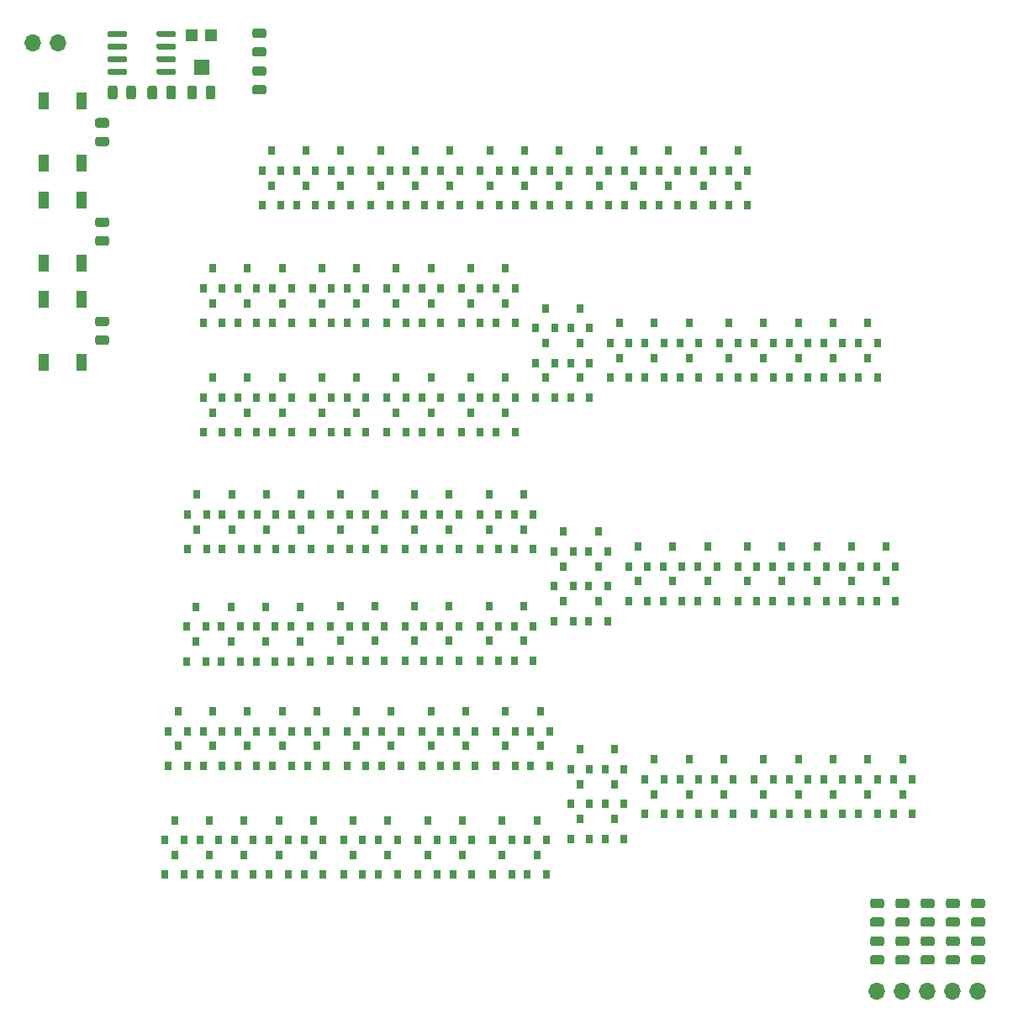
<source format=gbr>
%TF.GenerationSoftware,KiCad,Pcbnew,(5.99.0-3349-gc9824bbd9)*%
%TF.CreationDate,2020-09-24T16:48:39-07:00*%
%TF.ProjectId,Counter,436f756e-7465-4722-9e6b-696361645f70,rev?*%
%TF.SameCoordinates,Original*%
%TF.FileFunction,Soldermask,Top*%
%TF.FilePolarity,Negative*%
%FSLAX46Y46*%
G04 Gerber Fmt 4.6, Leading zero omitted, Abs format (unit mm)*
G04 Created by KiCad (PCBNEW (5.99.0-3349-gc9824bbd9)) date 2020-09-24 16:48:39*
%MOMM*%
%LPD*%
G01*
G04 APERTURE LIST*
%ADD10R,0.800000X0.900000*%
%ADD11O,1.700000X1.700000*%
%ADD12R,1.200000X1.200000*%
%ADD13R,1.600000X1.500000*%
%ADD14R,1.000000X1.700000*%
G04 APERTURE END LIST*
D10*
%TO.C,Q52*%
X56681002Y-86816702D03*
X58581002Y-86816702D03*
X57631002Y-84816702D03*
%TD*%
%TO.C,U21*%
X53181002Y-83316702D03*
X55081002Y-83316702D03*
X54131002Y-81316702D03*
%TD*%
%TO.C,Q128*%
X68181002Y-49725000D03*
X70081002Y-49725000D03*
X69131002Y-47725000D03*
%TD*%
%TO.C,Q1*%
X29608403Y-61500000D03*
X31508403Y-61500000D03*
X30558403Y-59500000D03*
%TD*%
%TO.C,U74*%
X79181002Y-47725000D03*
X81081002Y-47725000D03*
X80131002Y-45725000D03*
%TD*%
%TO.C,Q80*%
X77523904Y-70225000D03*
X79423904Y-70225000D03*
X78473904Y-68225000D03*
%TD*%
%TO.C,Q111*%
X49681002Y-42225000D03*
X51581002Y-42225000D03*
X50631002Y-40225000D03*
%TD*%
%TO.C,Q25*%
X30841753Y-97777453D03*
X32741753Y-97777453D03*
X31791753Y-95777453D03*
%TD*%
%TO.C,U57*%
X97181002Y-88159604D03*
X99081002Y-88159604D03*
X98131002Y-86159604D03*
%TD*%
%TO.C,U56*%
X100681002Y-88159604D03*
X102581002Y-88159604D03*
X101631002Y-86159604D03*
%TD*%
D11*
%TO.C,J1*%
X14000000Y-14000000D03*
X16540000Y-14000000D03*
%TD*%
D10*
%TO.C,Q57*%
X45341753Y-94277453D03*
X47241753Y-94277453D03*
X46291753Y-92277453D03*
%TD*%
%TO.C,Q35*%
X51523904Y-65000000D03*
X53423904Y-65000000D03*
X52473904Y-63000000D03*
%TD*%
%TO.C,U6*%
X38181002Y-83316702D03*
X40081002Y-83316702D03*
X39131002Y-81316702D03*
%TD*%
%TO.C,Q118*%
X53181002Y-49725000D03*
X55081002Y-49725000D03*
X54131002Y-47725000D03*
%TD*%
%TO.C,U33*%
X66523904Y-65225000D03*
X68423904Y-65225000D03*
X67473904Y-63225000D03*
%TD*%
%TO.C,U8*%
X37841753Y-94277453D03*
X39741753Y-94277453D03*
X38791753Y-92277453D03*
%TD*%
%TO.C,Q47*%
X62523904Y-76225000D03*
X64423904Y-76225000D03*
X63473904Y-74225000D03*
%TD*%
D11*
%TO.C,J2*%
X109220000Y-109500000D03*
X106680000Y-109500000D03*
X104140000Y-109500000D03*
X101600000Y-109500000D03*
X99060000Y-109500000D03*
%TD*%
D10*
%TO.C,U3*%
X40108403Y-61500000D03*
X42008403Y-61500000D03*
X41058403Y-59500000D03*
%TD*%
%TO.C,U27*%
X48841753Y-97777453D03*
X50741753Y-97777453D03*
X49791753Y-95777453D03*
%TD*%
%TO.C,Q78*%
X71681002Y-90659604D03*
X73581002Y-90659604D03*
X72631002Y-88659604D03*
%TD*%
%TO.C,Q67*%
X51600000Y-30365501D03*
X53500000Y-30365501D03*
X52550000Y-28365501D03*
%TD*%
D12*
%TO.C,RV1*%
X32000000Y-13200000D03*
D13*
X31000000Y-16450000D03*
D12*
X30000000Y-13200000D03*
%TD*%
D10*
%TO.C,Q89*%
X84100000Y-30365501D03*
X86000000Y-30365501D03*
X85050000Y-28365501D03*
%TD*%
%TO.C,Q26*%
X34341753Y-97777453D03*
X36241753Y-97777453D03*
X35291753Y-95777453D03*
%TD*%
%TO.C,Q12*%
X40023904Y-76300000D03*
X41923904Y-76300000D03*
X40973904Y-74300000D03*
%TD*%
%TO.C,Q41*%
X44023904Y-72725000D03*
X45923904Y-72725000D03*
X44973904Y-70725000D03*
%TD*%
D14*
%TO.C,SW2*%
X15100000Y-29850000D03*
X15100000Y-36150000D03*
X18900000Y-29850000D03*
X18900000Y-36150000D03*
%TD*%
D10*
%TO.C,Q109*%
X42181002Y-42225000D03*
X44081002Y-42225000D03*
X43131002Y-40225000D03*
%TD*%
%TO.C,R9*%
G36*
G01*
X36373750Y-16355000D02*
X37286250Y-16355000D01*
G75*
G02*
X37530000Y-16598750I0J-243750D01*
G01*
X37530000Y-17086250D01*
G75*
G02*
X37286250Y-17330000I-243750J0D01*
G01*
X36373750Y-17330000D01*
G75*
G02*
X36130000Y-17086250I0J243750D01*
G01*
X36130000Y-16598750D01*
G75*
G02*
X36373750Y-16355000I243750J0D01*
G01*
G37*
G36*
G01*
X36373750Y-18230000D02*
X37286250Y-18230000D01*
G75*
G02*
X37530000Y-18473750I0J-243750D01*
G01*
X37530000Y-18961250D01*
G75*
G02*
X37286250Y-19205000I-243750J0D01*
G01*
X36373750Y-19205000D01*
G75*
G02*
X36130000Y-18961250I0J243750D01*
G01*
X36130000Y-18473750D01*
G75*
G02*
X36373750Y-18230000I243750J0D01*
G01*
G37*
%TD*%
%TO.C,Q136*%
X93681002Y-47725000D03*
X95581002Y-47725000D03*
X94631002Y-45725000D03*
%TD*%
%TO.C,U75*%
X83181002Y-44225000D03*
X85081002Y-44225000D03*
X84131002Y-42225000D03*
%TD*%
%TO.C,Q132*%
X83181002Y-47725000D03*
X85081002Y-47725000D03*
X84131002Y-45725000D03*
%TD*%
%TO.C,U32*%
X66100000Y-30365501D03*
X68000000Y-30365501D03*
X67050000Y-28365501D03*
%TD*%
%TO.C,U45*%
X77100000Y-26865501D03*
X79000000Y-26865501D03*
X78050000Y-24865501D03*
%TD*%
%TO.C,R1*%
G36*
G01*
X21456250Y-24425000D02*
X20543750Y-24425000D01*
G75*
G02*
X20300000Y-24181250I0J243750D01*
G01*
X20300000Y-23693750D01*
G75*
G02*
X20543750Y-23450000I243750J0D01*
G01*
X21456250Y-23450000D01*
G75*
G02*
X21700000Y-23693750I0J-243750D01*
G01*
X21700000Y-24181250D01*
G75*
G02*
X21456250Y-24425000I-243750J0D01*
G01*
G37*
G36*
G01*
X21456250Y-22550000D02*
X20543750Y-22550000D01*
G75*
G02*
X20300000Y-22306250I0J243750D01*
G01*
X20300000Y-21818750D01*
G75*
G02*
X20543750Y-21575000I243750J0D01*
G01*
X21456250Y-21575000D01*
G75*
G02*
X21700000Y-21818750I0J-243750D01*
G01*
X21700000Y-22306250D01*
G75*
G02*
X21456250Y-22550000I-243750J0D01*
G01*
G37*
%TD*%
%TO.C,U23*%
X49181002Y-86816702D03*
X51081002Y-86816702D03*
X50131002Y-84816702D03*
%TD*%
%TO.C,Q44*%
X55023904Y-76225000D03*
X56923904Y-76225000D03*
X55973904Y-74225000D03*
%TD*%
%TO.C,U42*%
X82681002Y-91659604D03*
X84581002Y-91659604D03*
X83631002Y-89659604D03*
%TD*%
%TO.C,Q33*%
X44023904Y-61500000D03*
X45923904Y-61500000D03*
X44973904Y-59500000D03*
%TD*%
%TO.C,Q10*%
X33023904Y-76300000D03*
X34923904Y-76300000D03*
X33973904Y-74300000D03*
%TD*%
%TO.C,Q30*%
X40600000Y-26865501D03*
X42500000Y-26865501D03*
X41550000Y-24865501D03*
%TD*%
%TO.C,Q43*%
X51523904Y-76225000D03*
X53423904Y-76225000D03*
X52473904Y-74225000D03*
%TD*%
%TO.C,Q97*%
X90181002Y-91659604D03*
X92081002Y-91659604D03*
X91131002Y-89659604D03*
%TD*%
%TO.C,Q135*%
X97181002Y-47725000D03*
X99081002Y-47725000D03*
X98131002Y-45725000D03*
%TD*%
%TO.C,Q88*%
X77100000Y-30365501D03*
X79000000Y-30365501D03*
X78050000Y-28365501D03*
%TD*%
%TO.C,Q100*%
X97181002Y-91659604D03*
X99081002Y-91659604D03*
X98131002Y-89659604D03*
%TD*%
%TO.C,U22*%
X60681002Y-83316702D03*
X62581002Y-83316702D03*
X61631002Y-81316702D03*
%TD*%
%TO.C,R2*%
G36*
G01*
X21456250Y-34425000D02*
X20543750Y-34425000D01*
G75*
G02*
X20300000Y-34181250I0J243750D01*
G01*
X20300000Y-33693750D01*
G75*
G02*
X20543750Y-33450000I243750J0D01*
G01*
X21456250Y-33450000D01*
G75*
G02*
X21700000Y-33693750I0J-243750D01*
G01*
X21700000Y-34181250D01*
G75*
G02*
X21456250Y-34425000I-243750J0D01*
G01*
G37*
G36*
G01*
X21456250Y-32550000D02*
X20543750Y-32550000D01*
G75*
G02*
X20300000Y-32306250I0J243750D01*
G01*
X20300000Y-31818750D01*
G75*
G02*
X20543750Y-31575000I243750J0D01*
G01*
X21456250Y-31575000D01*
G75*
G02*
X21700000Y-31818750I0J-243750D01*
G01*
X21700000Y-32306250D01*
G75*
G02*
X21456250Y-32550000I-243750J0D01*
G01*
G37*
%TD*%
%TO.C,Q108*%
X38181002Y-53225000D03*
X40081002Y-53225000D03*
X39131002Y-51225000D03*
%TD*%
%TO.C,U30*%
X62600000Y-26865501D03*
X64500000Y-26865501D03*
X63550000Y-24865501D03*
%TD*%
%TO.C,Q92*%
X88523904Y-70225000D03*
X90423904Y-70225000D03*
X89473904Y-68225000D03*
%TD*%
%TO.C,U60*%
X34681002Y-49725000D03*
X36581002Y-49725000D03*
X35631002Y-47725000D03*
%TD*%
%TO.C,Q45*%
X62523904Y-72725000D03*
X64423904Y-72725000D03*
X63473904Y-70725000D03*
%TD*%
%TO.C,U51*%
X99023904Y-66725000D03*
X100923904Y-66725000D03*
X99973904Y-64725000D03*
%TD*%
%TO.C,Q29*%
X37100000Y-30365501D03*
X39000000Y-30365501D03*
X38050000Y-28365501D03*
%TD*%
%TO.C,Q72*%
X66523904Y-68725000D03*
X68423904Y-68725000D03*
X67473904Y-66725000D03*
%TD*%
%TO.C,Q31*%
X40600000Y-30365501D03*
X42500000Y-30365501D03*
X41550000Y-28365501D03*
%TD*%
%TO.C,U26*%
X60341753Y-94277453D03*
X62241753Y-94277453D03*
X61291753Y-92277453D03*
%TD*%
%TO.C,Q131*%
X79181002Y-44225000D03*
X81081002Y-44225000D03*
X80131002Y-42225000D03*
%TD*%
%TO.C,U14*%
X59023904Y-61500000D03*
X60923904Y-61500000D03*
X59973904Y-59500000D03*
%TD*%
%TO.C,U58*%
X34681002Y-38725000D03*
X36581002Y-38725000D03*
X35631002Y-36725000D03*
%TD*%
%TO.C,Q105*%
X31181002Y-49725000D03*
X33081002Y-49725000D03*
X32131002Y-47725000D03*
%TD*%
%TO.C,U47*%
X80600000Y-26865501D03*
X82500000Y-26865501D03*
X81550000Y-24865501D03*
%TD*%
%TO.C,Q65*%
X48100000Y-26865501D03*
X50000000Y-26865501D03*
X49050000Y-24865501D03*
%TD*%
%TO.C,Q120*%
X53181002Y-53225000D03*
X55081002Y-53225000D03*
X54131002Y-51225000D03*
%TD*%
%TO.C,U63*%
X49681002Y-38725000D03*
X51581002Y-38725000D03*
X50631002Y-36725000D03*
%TD*%
D14*
%TO.C,SW1*%
X15100000Y-19850000D03*
X15100000Y-26150000D03*
X18900000Y-26150000D03*
X18900000Y-19850000D03*
%TD*%
D10*
%TO.C,U9*%
X41341753Y-94277453D03*
X43241753Y-94277453D03*
X42291753Y-92277453D03*
%TD*%
%TO.C,Q121*%
X60681002Y-49725000D03*
X62581002Y-49725000D03*
X61631002Y-47725000D03*
%TD*%
%TO.C,C1*%
G36*
G01*
X32425000Y-18543750D02*
X32425000Y-19456250D01*
G75*
G02*
X32181250Y-19700000I-243750J0D01*
G01*
X31693750Y-19700000D01*
G75*
G02*
X31450000Y-19456250I0J243750D01*
G01*
X31450000Y-18543750D01*
G75*
G02*
X31693750Y-18300000I243750J0D01*
G01*
X32181250Y-18300000D01*
G75*
G02*
X32425000Y-18543750I0J-243750D01*
G01*
G37*
G36*
G01*
X30550000Y-18543750D02*
X30550000Y-19456250D01*
G75*
G02*
X30306250Y-19700000I-243750J0D01*
G01*
X29818750Y-19700000D01*
G75*
G02*
X29575000Y-19456250I0J243750D01*
G01*
X29575000Y-18543750D01*
G75*
G02*
X29818750Y-18300000I243750J0D01*
G01*
X30306250Y-18300000D01*
G75*
G02*
X30550000Y-18543750I0J-243750D01*
G01*
G37*
%TD*%
%TO.C,Q34*%
X55023904Y-61500000D03*
X56923904Y-61500000D03*
X55973904Y-59500000D03*
%TD*%
%TO.C,Q74*%
X70023904Y-68725000D03*
X71923904Y-68725000D03*
X70973904Y-66725000D03*
%TD*%
%TO.C,U12*%
X47523904Y-61500000D03*
X49423904Y-61500000D03*
X48473904Y-59500000D03*
%TD*%
%TO.C,Q28*%
X41341753Y-97777453D03*
X43241753Y-97777453D03*
X42291753Y-95777453D03*
%TD*%
%TO.C,Q119*%
X49681002Y-53225000D03*
X51581002Y-53225000D03*
X50631002Y-51225000D03*
%TD*%
%TO.C,U10*%
X37100000Y-26865501D03*
X39000000Y-26865501D03*
X38050000Y-24865501D03*
%TD*%
%TO.C,U4*%
X36523904Y-72800000D03*
X38423904Y-72800000D03*
X37473904Y-70800000D03*
%TD*%
%TO.C,Q7*%
X29523904Y-72800000D03*
X31423904Y-72800000D03*
X30473904Y-70800000D03*
%TD*%
%TO.C,Q18*%
X34681002Y-86816702D03*
X36581002Y-86816702D03*
X35631002Y-84816702D03*
%TD*%
%TO.C,Q49*%
X45681002Y-83316702D03*
X47581002Y-83316702D03*
X46631002Y-81316702D03*
%TD*%
%TO.C,Q134*%
X90181002Y-47725000D03*
X92081002Y-47725000D03*
X91131002Y-45725000D03*
%TD*%
%TO.C,U48*%
X85023904Y-66725000D03*
X86923904Y-66725000D03*
X85973904Y-64725000D03*
%TD*%
%TO.C,U66*%
X45681002Y-53225000D03*
X47581002Y-53225000D03*
X46631002Y-51225000D03*
%TD*%
%TO.C,R8*%
G36*
G01*
X109676250Y-103025000D02*
X108763750Y-103025000D01*
G75*
G02*
X108520000Y-102781250I0J243750D01*
G01*
X108520000Y-102293750D01*
G75*
G02*
X108763750Y-102050000I243750J0D01*
G01*
X109676250Y-102050000D01*
G75*
G02*
X109920000Y-102293750I0J-243750D01*
G01*
X109920000Y-102781250D01*
G75*
G02*
X109676250Y-103025000I-243750J0D01*
G01*
G37*
G36*
G01*
X109676250Y-101150000D02*
X108763750Y-101150000D01*
G75*
G02*
X108520000Y-100906250I0J243750D01*
G01*
X108520000Y-100418750D01*
G75*
G02*
X108763750Y-100175000I243750J0D01*
G01*
X109676250Y-100175000D01*
G75*
G02*
X109920000Y-100418750I0J-243750D01*
G01*
X109920000Y-100906250D01*
G75*
G02*
X109676250Y-101150000I-243750J0D01*
G01*
G37*
%TD*%
%TO.C,C2*%
G36*
G01*
X21575000Y-19456250D02*
X21575000Y-18543750D01*
G75*
G02*
X21818750Y-18300000I243750J0D01*
G01*
X22306250Y-18300000D01*
G75*
G02*
X22550000Y-18543750I0J-243750D01*
G01*
X22550000Y-19456250D01*
G75*
G02*
X22306250Y-19700000I-243750J0D01*
G01*
X21818750Y-19700000D01*
G75*
G02*
X21575000Y-19456250I0J243750D01*
G01*
G37*
G36*
G01*
X23450000Y-19456250D02*
X23450000Y-18543750D01*
G75*
G02*
X23693750Y-18300000I243750J0D01*
G01*
X24181250Y-18300000D01*
G75*
G02*
X24425000Y-18543750I0J-243750D01*
G01*
X24425000Y-19456250D01*
G75*
G02*
X24181250Y-19700000I-243750J0D01*
G01*
X23693750Y-19700000D01*
G75*
G02*
X23450000Y-19456250I0J243750D01*
G01*
G37*
%TD*%
%TO.C,R6*%
G36*
G01*
X28425000Y-18543750D02*
X28425000Y-19456250D01*
G75*
G02*
X28181250Y-19700000I-243750J0D01*
G01*
X27693750Y-19700000D01*
G75*
G02*
X27450000Y-19456250I0J243750D01*
G01*
X27450000Y-18543750D01*
G75*
G02*
X27693750Y-18300000I243750J0D01*
G01*
X28181250Y-18300000D01*
G75*
G02*
X28425000Y-18543750I0J-243750D01*
G01*
G37*
G36*
G01*
X26550000Y-18543750D02*
X26550000Y-19456250D01*
G75*
G02*
X26306250Y-19700000I-243750J0D01*
G01*
X25818750Y-19700000D01*
G75*
G02*
X25575000Y-19456250I0J243750D01*
G01*
X25575000Y-18543750D01*
G75*
G02*
X25818750Y-18300000I243750J0D01*
G01*
X26306250Y-18300000D01*
G75*
G02*
X26550000Y-18543750I0J-243750D01*
G01*
G37*
%TD*%
%TO.C,Q96*%
X86681002Y-91659604D03*
X88581002Y-91659604D03*
X87631002Y-89659604D03*
%TD*%
%TO.C,Q20*%
X41681002Y-86816702D03*
X43581002Y-86816702D03*
X42631002Y-84816702D03*
%TD*%
%TO.C,Q84*%
X75681002Y-91659604D03*
X77581002Y-91659604D03*
X76631002Y-89659604D03*
%TD*%
%TO.C,U37*%
X77523904Y-66725000D03*
X79423904Y-66725000D03*
X78473904Y-64725000D03*
%TD*%
%TO.C,Q116*%
X42181002Y-38725000D03*
X44081002Y-38725000D03*
X43131002Y-36725000D03*
%TD*%
%TO.C,D3*%
G36*
G01*
X101143750Y-103985000D02*
X102056250Y-103985000D01*
G75*
G02*
X102300000Y-104228750I0J-243750D01*
G01*
X102300000Y-104716250D01*
G75*
G02*
X102056250Y-104960000I-243750J0D01*
G01*
X101143750Y-104960000D01*
G75*
G02*
X100900000Y-104716250I0J243750D01*
G01*
X100900000Y-104228750D01*
G75*
G02*
X101143750Y-103985000I243750J0D01*
G01*
G37*
G36*
G01*
X101143750Y-105860000D02*
X102056250Y-105860000D01*
G75*
G02*
X102300000Y-106103750I0J-243750D01*
G01*
X102300000Y-106591250D01*
G75*
G02*
X102056250Y-106835000I-243750J0D01*
G01*
X101143750Y-106835000D01*
G75*
G02*
X100900000Y-106591250I0J243750D01*
G01*
X100900000Y-106103750D01*
G75*
G02*
X101143750Y-105860000I243750J0D01*
G01*
G37*
%TD*%
%TO.C,Q69*%
X62600000Y-30365501D03*
X64500000Y-30365501D03*
X63550000Y-28365501D03*
%TD*%
D14*
%TO.C,SW3*%
X15100000Y-39850000D03*
X15100000Y-46150000D03*
X18900000Y-39850000D03*
X18900000Y-46150000D03*
%TD*%
D10*
%TO.C,Q103*%
X34681002Y-42225000D03*
X36581002Y-42225000D03*
X35631002Y-40225000D03*
%TD*%
%TO.C,Q133*%
X86681002Y-47725000D03*
X88581002Y-47725000D03*
X87631002Y-45725000D03*
%TD*%
%TO.C,Q66*%
X48100000Y-30365501D03*
X50000000Y-30365501D03*
X49050000Y-28365501D03*
%TD*%
%TO.C,Q56*%
X45681002Y-86816702D03*
X47581002Y-86816702D03*
X46631002Y-84816702D03*
%TD*%
%TO.C,Q22*%
X30841753Y-94277453D03*
X32741753Y-94277453D03*
X31791753Y-92277453D03*
%TD*%
%TO.C,Q75*%
X70023904Y-72225000D03*
X71923904Y-72225000D03*
X70973904Y-70225000D03*
%TD*%
%TO.C,Q107*%
X34681002Y-53225000D03*
X36581002Y-53225000D03*
X35631002Y-51225000D03*
%TD*%
%TO.C,Q73*%
X70023904Y-65225000D03*
X71923904Y-65225000D03*
X70973904Y-63225000D03*
%TD*%
%TO.C,Q95*%
X95523904Y-70225000D03*
X97423904Y-70225000D03*
X96473904Y-68225000D03*
%TD*%
%TO.C,R4*%
G36*
G01*
X104596250Y-103025000D02*
X103683750Y-103025000D01*
G75*
G02*
X103440000Y-102781250I0J243750D01*
G01*
X103440000Y-102293750D01*
G75*
G02*
X103683750Y-102050000I243750J0D01*
G01*
X104596250Y-102050000D01*
G75*
G02*
X104840000Y-102293750I0J-243750D01*
G01*
X104840000Y-102781250D01*
G75*
G02*
X104596250Y-103025000I-243750J0D01*
G01*
G37*
G36*
G01*
X104596250Y-101150000D02*
X103683750Y-101150000D01*
G75*
G02*
X103440000Y-100906250I0J243750D01*
G01*
X103440000Y-100418750D01*
G75*
G02*
X103683750Y-100175000I243750J0D01*
G01*
X104596250Y-100175000D01*
G75*
G02*
X104840000Y-100418750I0J-243750D01*
G01*
X104840000Y-100906250D01*
G75*
G02*
X104596250Y-101150000I-243750J0D01*
G01*
G37*
%TD*%
%TO.C,U7*%
X41681002Y-83316702D03*
X43581002Y-83316702D03*
X42631002Y-81316702D03*
%TD*%
%TO.C,Q48*%
X44023904Y-76225000D03*
X45923904Y-76225000D03*
X44973904Y-74225000D03*
%TD*%
%TO.C,Q32*%
X45050000Y-28365501D03*
X46000000Y-30365501D03*
X44100000Y-30365501D03*
%TD*%
%TO.C,U19*%
X47523904Y-76225000D03*
X49423904Y-76225000D03*
X48473904Y-74225000D03*
%TD*%
%TO.C,Q77*%
X71681002Y-87159604D03*
X73581002Y-87159604D03*
X72631002Y-85159604D03*
%TD*%
%TO.C,U40*%
X79181002Y-88159604D03*
X81081002Y-88159604D03*
X80131002Y-86159604D03*
%TD*%
%TO.C,Q110*%
X53181002Y-38725000D03*
X55081002Y-38725000D03*
X54131002Y-36725000D03*
%TD*%
%TO.C,Q55*%
X64181002Y-86816702D03*
X66081002Y-86816702D03*
X65131002Y-84816702D03*
%TD*%
%TO.C,Q71*%
X66100000Y-26865501D03*
X68000000Y-26865501D03*
X67050000Y-24865501D03*
%TD*%
%TO.C,U43*%
X70100000Y-26865501D03*
X72000000Y-26865501D03*
X71050000Y-24865501D03*
%TD*%
%TO.C,U54*%
X90181002Y-88159604D03*
X92081002Y-88159604D03*
X91131002Y-86159604D03*
%TD*%
%TO.C,U17*%
X51523904Y-72725000D03*
X53423904Y-72725000D03*
X52473904Y-70725000D03*
%TD*%
%TO.C,U34*%
X66523904Y-72225000D03*
X68423904Y-72225000D03*
X67473904Y-70225000D03*
%TD*%
%TO.C,U11*%
X44100000Y-26865501D03*
X46000000Y-26865501D03*
X45050000Y-24865501D03*
%TD*%
%TO.C,Q58*%
X56341753Y-94277453D03*
X58241753Y-94277453D03*
X57291753Y-92277453D03*
%TD*%
%TO.C,U36*%
X68181002Y-94159604D03*
X70081002Y-94159604D03*
X69131002Y-92159604D03*
%TD*%
%TO.C,Q15*%
X34681002Y-83316702D03*
X36581002Y-83316702D03*
X35631002Y-81316702D03*
%TD*%
%TO.C,Q38*%
X59023904Y-65000000D03*
X60923904Y-65000000D03*
X59973904Y-63000000D03*
%TD*%
%TO.C,Q50*%
X56681002Y-83316702D03*
X58581002Y-83316702D03*
X57631002Y-81316702D03*
%TD*%
%TO.C,Q126*%
X68181002Y-42725000D03*
X70081002Y-42725000D03*
X69131002Y-40725000D03*
%TD*%
%TO.C,U35*%
X68181002Y-87159604D03*
X70081002Y-87159604D03*
X69131002Y-85159604D03*
%TD*%
%TO.C,Q19*%
X38181002Y-86816702D03*
X40081002Y-86816702D03*
X39131002Y-84816702D03*
%TD*%
%TO.C,Q112*%
X53181002Y-42225000D03*
X55081002Y-42225000D03*
X54131002Y-40225000D03*
%TD*%
%TO.C,Q23*%
X34341753Y-94277453D03*
X36241753Y-94277453D03*
X35291753Y-92277453D03*
%TD*%
%TO.C,Q130*%
X72181002Y-47725000D03*
X74081002Y-47725000D03*
X73131002Y-45725000D03*
%TD*%
%TO.C,U71*%
X64681002Y-49725000D03*
X66581002Y-49725000D03*
X65631002Y-47725000D03*
%TD*%
%TO.C,Q94*%
X99023904Y-70225000D03*
X100923904Y-70225000D03*
X99973904Y-68225000D03*
%TD*%
%TO.C,Q2*%
X33108403Y-61500000D03*
X35008403Y-61500000D03*
X34058403Y-59500000D03*
%TD*%
%TO.C,Q24*%
X27341753Y-97777453D03*
X29241753Y-97777453D03*
X28291753Y-95777453D03*
%TD*%
%TO.C,U53*%
X86681002Y-88159604D03*
X88581002Y-88159604D03*
X87631002Y-86159604D03*
%TD*%
%TO.C,Q39*%
X62523904Y-65000000D03*
X64423904Y-65000000D03*
X63473904Y-63000000D03*
%TD*%
%TO.C,Q83*%
X79181002Y-91659604D03*
X81081002Y-91659604D03*
X80131002Y-89659604D03*
%TD*%
%TO.C,Q37*%
X62523904Y-61500000D03*
X64423904Y-61500000D03*
X63473904Y-59500000D03*
%TD*%
%TO.C,Q93*%
X92023904Y-70225000D03*
X93923904Y-70225000D03*
X92973904Y-68225000D03*
%TD*%
%TO.C,U16*%
X47523904Y-72725000D03*
X49423904Y-72725000D03*
X48473904Y-70725000D03*
%TD*%
%TO.C,Q53*%
X64181002Y-83316702D03*
X66081002Y-83316702D03*
X65131002Y-81316702D03*
%TD*%
%TO.C,Q122*%
X57181002Y-53225000D03*
X59081002Y-53225000D03*
X58131002Y-51225000D03*
%TD*%
%TO.C,Q127*%
X68181002Y-46225000D03*
X70081002Y-46225000D03*
X69131002Y-44225000D03*
%TD*%
%TO.C,Q79*%
X71681002Y-94159604D03*
X73581002Y-94159604D03*
X72631002Y-92159604D03*
%TD*%
%TO.C,Q98*%
X93681002Y-91659604D03*
X95581002Y-91659604D03*
X94631002Y-89659604D03*
%TD*%
%TO.C,D1*%
G36*
G01*
X106223750Y-103985000D02*
X107136250Y-103985000D01*
G75*
G02*
X107380000Y-104228750I0J-243750D01*
G01*
X107380000Y-104716250D01*
G75*
G02*
X107136250Y-104960000I-243750J0D01*
G01*
X106223750Y-104960000D01*
G75*
G02*
X105980000Y-104716250I0J243750D01*
G01*
X105980000Y-104228750D01*
G75*
G02*
X106223750Y-103985000I243750J0D01*
G01*
G37*
G36*
G01*
X106223750Y-105860000D02*
X107136250Y-105860000D01*
G75*
G02*
X107380000Y-106103750I0J-243750D01*
G01*
X107380000Y-106591250D01*
G75*
G02*
X107136250Y-106835000I-243750J0D01*
G01*
X106223750Y-106835000D01*
G75*
G02*
X105980000Y-106591250I0J243750D01*
G01*
X105980000Y-106103750D01*
G75*
G02*
X106223750Y-105860000I243750J0D01*
G01*
G37*
%TD*%
%TO.C,Q129*%
X75681002Y-47725000D03*
X77581002Y-47725000D03*
X76631002Y-45725000D03*
%TD*%
%TO.C,U24*%
X48841753Y-94277453D03*
X50741753Y-94277453D03*
X49791753Y-92277453D03*
%TD*%
%TO.C,Q59*%
X52841753Y-97777453D03*
X54741753Y-97777453D03*
X53791753Y-95777453D03*
%TD*%
%TO.C,Q36*%
X55023904Y-65000000D03*
X56923904Y-65000000D03*
X55973904Y-63000000D03*
%TD*%
%TO.C,U55*%
X93681002Y-88159604D03*
X95581002Y-88159604D03*
X94631002Y-86159604D03*
%TD*%
%TO.C,Q51*%
X53181002Y-86816702D03*
X55081002Y-86816702D03*
X54131002Y-84816702D03*
%TD*%
%TO.C,U49*%
X88523904Y-66725000D03*
X90423904Y-66725000D03*
X89473904Y-64725000D03*
%TD*%
%TO.C,R3*%
G36*
G01*
X107136250Y-103025000D02*
X106223750Y-103025000D01*
G75*
G02*
X105980000Y-102781250I0J243750D01*
G01*
X105980000Y-102293750D01*
G75*
G02*
X106223750Y-102050000I243750J0D01*
G01*
X107136250Y-102050000D01*
G75*
G02*
X107380000Y-102293750I0J-243750D01*
G01*
X107380000Y-102781250D01*
G75*
G02*
X107136250Y-103025000I-243750J0D01*
G01*
G37*
G36*
G01*
X107136250Y-101150000D02*
X106223750Y-101150000D01*
G75*
G02*
X105980000Y-100906250I0J243750D01*
G01*
X105980000Y-100418750D01*
G75*
G02*
X106223750Y-100175000I243750J0D01*
G01*
X107136250Y-100175000D01*
G75*
G02*
X107380000Y-100418750I0J-243750D01*
G01*
X107380000Y-100906250D01*
G75*
G02*
X107136250Y-101150000I-243750J0D01*
G01*
G37*
%TD*%
%TO.C,U50*%
X92023904Y-66725000D03*
X93923904Y-66725000D03*
X92973904Y-64725000D03*
%TD*%
%TO.C,Q17*%
X31181002Y-86816702D03*
X33081002Y-86816702D03*
X32131002Y-84816702D03*
%TD*%
%TO.C,Q102*%
X31181002Y-42225000D03*
X33081002Y-42225000D03*
X32131002Y-40225000D03*
%TD*%
%TO.C,Q63*%
X63841753Y-97777453D03*
X65741753Y-97777453D03*
X64791753Y-95777453D03*
%TD*%
%TO.C,U38*%
X74023904Y-66725000D03*
X75923904Y-66725000D03*
X74973904Y-64725000D03*
%TD*%
%TO.C,R7*%
G36*
G01*
X99516250Y-103025000D02*
X98603750Y-103025000D01*
G75*
G02*
X98360000Y-102781250I0J243750D01*
G01*
X98360000Y-102293750D01*
G75*
G02*
X98603750Y-102050000I243750J0D01*
G01*
X99516250Y-102050000D01*
G75*
G02*
X99760000Y-102293750I0J-243750D01*
G01*
X99760000Y-102781250D01*
G75*
G02*
X99516250Y-103025000I-243750J0D01*
G01*
G37*
G36*
G01*
X99516250Y-101150000D02*
X98603750Y-101150000D01*
G75*
G02*
X98360000Y-100906250I0J243750D01*
G01*
X98360000Y-100418750D01*
G75*
G02*
X98603750Y-100175000I243750J0D01*
G01*
X99516250Y-100175000D01*
G75*
G02*
X99760000Y-100418750I0J-243750D01*
G01*
X99760000Y-100906250D01*
G75*
G02*
X99516250Y-101150000I-243750J0D01*
G01*
G37*
%TD*%
%TO.C,U44*%
X73600000Y-26865501D03*
X75500000Y-26865501D03*
X74550000Y-24865501D03*
%TD*%
%TO.C,Q64*%
X45341753Y-97777453D03*
X47241753Y-97777453D03*
X46291753Y-95777453D03*
%TD*%
%TO.C,Q16*%
X27681002Y-86816702D03*
X29581002Y-86816702D03*
X28631002Y-84816702D03*
%TD*%
%TO.C,Q124*%
X42181002Y-49725000D03*
X44081002Y-49725000D03*
X43131002Y-47725000D03*
%TD*%
%TO.C,U62*%
X45681002Y-42225000D03*
X47581002Y-42225000D03*
X46631002Y-40225000D03*
%TD*%
%TO.C,Q46*%
X59023904Y-76225000D03*
X60923904Y-76225000D03*
X59973904Y-74225000D03*
%TD*%
%TO.C,D5*%
G36*
G01*
X108763750Y-103985000D02*
X109676250Y-103985000D01*
G75*
G02*
X109920000Y-104228750I0J-243750D01*
G01*
X109920000Y-104716250D01*
G75*
G02*
X109676250Y-104960000I-243750J0D01*
G01*
X108763750Y-104960000D01*
G75*
G02*
X108520000Y-104716250I0J243750D01*
G01*
X108520000Y-104228750D01*
G75*
G02*
X108763750Y-103985000I243750J0D01*
G01*
G37*
G36*
G01*
X108763750Y-105860000D02*
X109676250Y-105860000D01*
G75*
G02*
X109920000Y-106103750I0J-243750D01*
G01*
X109920000Y-106591250D01*
G75*
G02*
X109676250Y-106835000I-243750J0D01*
G01*
X108763750Y-106835000D01*
G75*
G02*
X108520000Y-106591250I0J243750D01*
G01*
X108520000Y-106103750D01*
G75*
G02*
X108763750Y-105860000I243750J0D01*
G01*
G37*
%TD*%
%TO.C,Q11*%
X36523904Y-76300000D03*
X38423904Y-76300000D03*
X37473904Y-74300000D03*
%TD*%
%TO.C,U29*%
X55100000Y-26865501D03*
X57000000Y-26865501D03*
X56050000Y-24865501D03*
%TD*%
%TO.C,U13*%
X51523904Y-61500000D03*
X53423904Y-61500000D03*
X52473904Y-59500000D03*
%TD*%
%TO.C,Q8*%
X33023904Y-72800000D03*
X34923904Y-72800000D03*
X33973904Y-70800000D03*
%TD*%
%TO.C,U28*%
X51600000Y-26865501D03*
X53500000Y-26865501D03*
X52550000Y-24865501D03*
%TD*%
%TO.C,Q54*%
X60681002Y-86816702D03*
X62581002Y-86816702D03*
X61631002Y-84816702D03*
%TD*%
%TO.C,Q14*%
X31181002Y-83316702D03*
X33081002Y-83316702D03*
X32131002Y-81316702D03*
%TD*%
%TO.C,Q9*%
X29523904Y-76300000D03*
X31423904Y-76300000D03*
X30473904Y-74300000D03*
%TD*%
%TO.C,Q101*%
X31181002Y-38725000D03*
X33081002Y-38725000D03*
X32131002Y-36725000D03*
%TD*%
%TO.C,U5*%
X40023904Y-72800000D03*
X41923904Y-72800000D03*
X40973904Y-70800000D03*
%TD*%
%TO.C,Q82*%
X81023904Y-66725000D03*
X82923904Y-66725000D03*
X81973904Y-64725000D03*
%TD*%
%TO.C,U1*%
G36*
G01*
X21550000Y-13245000D02*
X21550000Y-12945000D01*
G75*
G02*
X21700000Y-12795000I150000J0D01*
G01*
X23350000Y-12795000D01*
G75*
G02*
X23500000Y-12945000I0J-150000D01*
G01*
X23500000Y-13245000D01*
G75*
G02*
X23350000Y-13395000I-150000J0D01*
G01*
X21700000Y-13395000D01*
G75*
G02*
X21550000Y-13245000I0J150000D01*
G01*
G37*
G36*
G01*
X21550000Y-14515000D02*
X21550000Y-14215000D01*
G75*
G02*
X21700000Y-14065000I150000J0D01*
G01*
X23350000Y-14065000D01*
G75*
G02*
X23500000Y-14215000I0J-150000D01*
G01*
X23500000Y-14515000D01*
G75*
G02*
X23350000Y-14665000I-150000J0D01*
G01*
X21700000Y-14665000D01*
G75*
G02*
X21550000Y-14515000I0J150000D01*
G01*
G37*
G36*
G01*
X21550000Y-15785000D02*
X21550000Y-15485000D01*
G75*
G02*
X21700000Y-15335000I150000J0D01*
G01*
X23350000Y-15335000D01*
G75*
G02*
X23500000Y-15485000I0J-150000D01*
G01*
X23500000Y-15785000D01*
G75*
G02*
X23350000Y-15935000I-150000J0D01*
G01*
X21700000Y-15935000D01*
G75*
G02*
X21550000Y-15785000I0J150000D01*
G01*
G37*
G36*
G01*
X21550000Y-17055000D02*
X21550000Y-16755000D01*
G75*
G02*
X21700000Y-16605000I150000J0D01*
G01*
X23350000Y-16605000D01*
G75*
G02*
X23500000Y-16755000I0J-150000D01*
G01*
X23500000Y-17055000D01*
G75*
G02*
X23350000Y-17205000I-150000J0D01*
G01*
X21700000Y-17205000D01*
G75*
G02*
X21550000Y-17055000I0J150000D01*
G01*
G37*
G36*
G01*
X26500000Y-17055000D02*
X26500000Y-16755000D01*
G75*
G02*
X26650000Y-16605000I150000J0D01*
G01*
X28300000Y-16605000D01*
G75*
G02*
X28450000Y-16755000I0J-150000D01*
G01*
X28450000Y-17055000D01*
G75*
G02*
X28300000Y-17205000I-150000J0D01*
G01*
X26650000Y-17205000D01*
G75*
G02*
X26500000Y-17055000I0J150000D01*
G01*
G37*
G36*
G01*
X26500000Y-15785000D02*
X26500000Y-15485000D01*
G75*
G02*
X26650000Y-15335000I150000J0D01*
G01*
X28300000Y-15335000D01*
G75*
G02*
X28450000Y-15485000I0J-150000D01*
G01*
X28450000Y-15785000D01*
G75*
G02*
X28300000Y-15935000I-150000J0D01*
G01*
X26650000Y-15935000D01*
G75*
G02*
X26500000Y-15785000I0J150000D01*
G01*
G37*
G36*
G01*
X26500000Y-14515000D02*
X26500000Y-14215000D01*
G75*
G02*
X26650000Y-14065000I150000J0D01*
G01*
X28300000Y-14065000D01*
G75*
G02*
X28450000Y-14215000I0J-150000D01*
G01*
X28450000Y-14515000D01*
G75*
G02*
X28300000Y-14665000I-150000J0D01*
G01*
X26650000Y-14665000D01*
G75*
G02*
X26500000Y-14515000I0J150000D01*
G01*
G37*
G36*
G01*
X26500000Y-13245000D02*
X26500000Y-12945000D01*
G75*
G02*
X26650000Y-12795000I150000J0D01*
G01*
X28300000Y-12795000D01*
G75*
G02*
X28450000Y-12945000I0J-150000D01*
G01*
X28450000Y-13245000D01*
G75*
G02*
X28300000Y-13395000I-150000J0D01*
G01*
X26650000Y-13395000D01*
G75*
G02*
X26500000Y-13245000I0J150000D01*
G01*
G37*
%TD*%
%TO.C,U70*%
X64681002Y-42725000D03*
X66581002Y-42725000D03*
X65631002Y-40725000D03*
%TD*%
%TO.C,Q13*%
X27681002Y-83316702D03*
X29581002Y-83316702D03*
X28631002Y-81316702D03*
%TD*%
%TO.C,U20*%
X49181002Y-83316702D03*
X51081002Y-83316702D03*
X50131002Y-81316702D03*
%TD*%
%TO.C,U39*%
X81023904Y-70225000D03*
X82923904Y-70225000D03*
X81973904Y-68225000D03*
%TD*%
%TO.C,Q99*%
X100681002Y-91659604D03*
X102581002Y-91659604D03*
X101631002Y-89659604D03*
%TD*%
%TO.C,Q4*%
X33108403Y-65000000D03*
X35008403Y-65000000D03*
X34058403Y-63000000D03*
%TD*%
%TO.C,Q27*%
X37841753Y-97777453D03*
X39741753Y-97777453D03*
X38791753Y-95777453D03*
%TD*%
%TO.C,D4*%
G36*
G01*
X98603750Y-103985000D02*
X99516250Y-103985000D01*
G75*
G02*
X99760000Y-104228750I0J-243750D01*
G01*
X99760000Y-104716250D01*
G75*
G02*
X99516250Y-104960000I-243750J0D01*
G01*
X98603750Y-104960000D01*
G75*
G02*
X98360000Y-104716250I0J243750D01*
G01*
X98360000Y-104228750D01*
G75*
G02*
X98603750Y-103985000I243750J0D01*
G01*
G37*
G36*
G01*
X98603750Y-105860000D02*
X99516250Y-105860000D01*
G75*
G02*
X99760000Y-106103750I0J-243750D01*
G01*
X99760000Y-106591250D01*
G75*
G02*
X99516250Y-106835000I-243750J0D01*
G01*
X98603750Y-106835000D01*
G75*
G02*
X98360000Y-106591250I0J243750D01*
G01*
X98360000Y-106103750D01*
G75*
G02*
X98603750Y-105860000I243750J0D01*
G01*
G37*
%TD*%
%TO.C,Q113*%
X60681002Y-38725000D03*
X62581002Y-38725000D03*
X61631002Y-36725000D03*
%TD*%
%TO.C,R5*%
G36*
G01*
X102056250Y-103025000D02*
X101143750Y-103025000D01*
G75*
G02*
X100900000Y-102781250I0J243750D01*
G01*
X100900000Y-102293750D01*
G75*
G02*
X101143750Y-102050000I243750J0D01*
G01*
X102056250Y-102050000D01*
G75*
G02*
X102300000Y-102293750I0J-243750D01*
G01*
X102300000Y-102781250D01*
G75*
G02*
X102056250Y-103025000I-243750J0D01*
G01*
G37*
G36*
G01*
X102056250Y-101150000D02*
X101143750Y-101150000D01*
G75*
G02*
X100900000Y-100906250I0J243750D01*
G01*
X100900000Y-100418750D01*
G75*
G02*
X101143750Y-100175000I243750J0D01*
G01*
X102056250Y-100175000D01*
G75*
G02*
X102300000Y-100418750I0J-243750D01*
G01*
X102300000Y-100906250D01*
G75*
G02*
X102056250Y-101150000I-243750J0D01*
G01*
G37*
%TD*%
%TO.C,U25*%
X52841753Y-94277453D03*
X54741753Y-94277453D03*
X53791753Y-92277453D03*
%TD*%
%TO.C,Q86*%
X70100000Y-30365501D03*
X72000000Y-30365501D03*
X71050000Y-28365501D03*
%TD*%
%TO.C,Q87*%
X73600000Y-30365501D03*
X75500000Y-30365501D03*
X74550000Y-28365501D03*
%TD*%
%TO.C,U67*%
X49681002Y-49725000D03*
X51581002Y-49725000D03*
X50631002Y-47725000D03*
%TD*%
%TO.C,Q60*%
X56341753Y-97777453D03*
X58241753Y-97777453D03*
X57291753Y-95777453D03*
%TD*%
%TO.C,U76*%
X86681002Y-44225000D03*
X88581002Y-44225000D03*
X87631002Y-42225000D03*
%TD*%
%TO.C,D6*%
G36*
G01*
X37286250Y-15395000D02*
X36373750Y-15395000D01*
G75*
G02*
X36130000Y-15151250I0J243750D01*
G01*
X36130000Y-14663750D01*
G75*
G02*
X36373750Y-14420000I243750J0D01*
G01*
X37286250Y-14420000D01*
G75*
G02*
X37530000Y-14663750I0J-243750D01*
G01*
X37530000Y-15151250D01*
G75*
G02*
X37286250Y-15395000I-243750J0D01*
G01*
G37*
G36*
G01*
X37286250Y-13520000D02*
X36373750Y-13520000D01*
G75*
G02*
X36130000Y-13276250I0J243750D01*
G01*
X36130000Y-12788750D01*
G75*
G02*
X36373750Y-12545000I243750J0D01*
G01*
X37286250Y-12545000D01*
G75*
G02*
X37530000Y-12788750I0J-243750D01*
G01*
X37530000Y-13276250D01*
G75*
G02*
X37286250Y-13520000I-243750J0D01*
G01*
G37*
%TD*%
%TO.C,Q40*%
X44023904Y-65000000D03*
X45923904Y-65000000D03*
X44973904Y-63000000D03*
%TD*%
%TO.C,R10*%
G36*
G01*
X21456250Y-44425000D02*
X20543750Y-44425000D01*
G75*
G02*
X20300000Y-44181250I0J243750D01*
G01*
X20300000Y-43693750D01*
G75*
G02*
X20543750Y-43450000I243750J0D01*
G01*
X21456250Y-43450000D01*
G75*
G02*
X21700000Y-43693750I0J-243750D01*
G01*
X21700000Y-44181250D01*
G75*
G02*
X21456250Y-44425000I-243750J0D01*
G01*
G37*
G36*
G01*
X21456250Y-42550000D02*
X20543750Y-42550000D01*
G75*
G02*
X20300000Y-42306250I0J243750D01*
G01*
X20300000Y-41818750D01*
G75*
G02*
X20543750Y-41575000I243750J0D01*
G01*
X21456250Y-41575000D01*
G75*
G02*
X21700000Y-41818750I0J-243750D01*
G01*
X21700000Y-42306250D01*
G75*
G02*
X21456250Y-42550000I-243750J0D01*
G01*
G37*
%TD*%
%TO.C,Q125*%
X64681002Y-46225000D03*
X66581002Y-46225000D03*
X65631002Y-44225000D03*
%TD*%
%TO.C,U46*%
X84100000Y-26865501D03*
X86000000Y-26865501D03*
X85050000Y-24865501D03*
%TD*%
%TO.C,Q76*%
X68181002Y-90659604D03*
X70081002Y-90659604D03*
X69131002Y-88659604D03*
%TD*%
%TO.C,U64*%
X57181002Y-38725000D03*
X59081002Y-38725000D03*
X58131002Y-36725000D03*
%TD*%
%TO.C,Q90*%
X80600000Y-30365501D03*
X82500000Y-30365501D03*
X81550000Y-28365501D03*
%TD*%
%TO.C,U31*%
X59100000Y-26865501D03*
X61000000Y-26865501D03*
X60050000Y-24865501D03*
%TD*%
%TO.C,U68*%
X57181002Y-49725000D03*
X59081002Y-49725000D03*
X58131002Y-47725000D03*
%TD*%
%TO.C,U72*%
X75681002Y-44225000D03*
X77581002Y-44225000D03*
X76631002Y-42225000D03*
%TD*%
%TO.C,Q104*%
X38181002Y-42225000D03*
X40081002Y-42225000D03*
X39131002Y-40225000D03*
%TD*%
%TO.C,U52*%
X95523904Y-66725000D03*
X97423904Y-66725000D03*
X96473904Y-64725000D03*
%TD*%
%TO.C,Q117*%
X42181002Y-53225000D03*
X44081002Y-53225000D03*
X43131002Y-51225000D03*
%TD*%
%TO.C,Q3*%
X29608403Y-65000000D03*
X31508403Y-65000000D03*
X30558403Y-63000000D03*
%TD*%
%TO.C,U59*%
X38181002Y-38725000D03*
X40081002Y-38725000D03*
X39131002Y-36725000D03*
%TD*%
%TO.C,Q42*%
X55023904Y-72725000D03*
X56923904Y-72725000D03*
X55973904Y-70725000D03*
%TD*%
%TO.C,U77*%
X90181002Y-44225000D03*
X92081002Y-44225000D03*
X91131002Y-42225000D03*
%TD*%
%TO.C,U18*%
X59023904Y-72725000D03*
X60923904Y-72725000D03*
X59973904Y-70725000D03*
%TD*%
%TO.C,Q68*%
X55100000Y-30365501D03*
X57000000Y-30365501D03*
X56050000Y-28365501D03*
%TD*%
%TO.C,U15*%
X47523904Y-65000000D03*
X49423904Y-65000000D03*
X48473904Y-63000000D03*
%TD*%
%TO.C,Q123*%
X60681002Y-53225000D03*
X62581002Y-53225000D03*
X61631002Y-51225000D03*
%TD*%
%TO.C,Q81*%
X74023904Y-70225000D03*
X75923904Y-70225000D03*
X74973904Y-68225000D03*
%TD*%
%TO.C,Q62*%
X60341753Y-97777453D03*
X62241753Y-97777453D03*
X61291753Y-95777453D03*
%TD*%
%TO.C,Q70*%
X59100000Y-30365501D03*
X61000000Y-30365501D03*
X60050000Y-28365501D03*
%TD*%
%TO.C,Q21*%
X27341753Y-94277453D03*
X29241753Y-94277453D03*
X28291753Y-92277453D03*
%TD*%
%TO.C,Q5*%
X36608403Y-65000000D03*
X38508403Y-65000000D03*
X37558403Y-63000000D03*
%TD*%
%TO.C,U79*%
X93681002Y-44225000D03*
X95581002Y-44225000D03*
X94631002Y-42225000D03*
%TD*%
%TO.C,Q61*%
X63841753Y-94277453D03*
X65741753Y-94277453D03*
X64791753Y-92277453D03*
%TD*%
%TO.C,U61*%
X38181002Y-49725000D03*
X40081002Y-49725000D03*
X39131002Y-47725000D03*
%TD*%
%TO.C,Q85*%
X82681002Y-88159604D03*
X84581002Y-88159604D03*
X83631002Y-86159604D03*
%TD*%
%TO.C,U2*%
X36608403Y-61500000D03*
X38508403Y-61500000D03*
X37558403Y-59500000D03*
%TD*%
%TO.C,U65*%
X45681002Y-38725000D03*
X47581002Y-38725000D03*
X46631002Y-36725000D03*
%TD*%
%TO.C,U69*%
X45681002Y-49725000D03*
X47581002Y-49725000D03*
X46631002Y-47725000D03*
%TD*%
%TO.C,U41*%
X75681002Y-88159604D03*
X77581002Y-88159604D03*
X76631002Y-86159604D03*
%TD*%
%TO.C,U73*%
X72181002Y-44225000D03*
X74081002Y-44225000D03*
X73131002Y-42225000D03*
%TD*%
%TO.C,U78*%
X97181002Y-44225000D03*
X99081002Y-44225000D03*
X98131002Y-42225000D03*
%TD*%
%TO.C,Q6*%
X40108403Y-65000000D03*
X42008403Y-65000000D03*
X41058403Y-63000000D03*
%TD*%
%TO.C,Q91*%
X85023904Y-70225000D03*
X86923904Y-70225000D03*
X85973904Y-68225000D03*
%TD*%
%TO.C,Q114*%
X57181002Y-42225000D03*
X59081002Y-42225000D03*
X58131002Y-40225000D03*
%TD*%
%TO.C,D2*%
G36*
G01*
X103683750Y-103985000D02*
X104596250Y-103985000D01*
G75*
G02*
X104840000Y-104228750I0J-243750D01*
G01*
X104840000Y-104716250D01*
G75*
G02*
X104596250Y-104960000I-243750J0D01*
G01*
X103683750Y-104960000D01*
G75*
G02*
X103440000Y-104716250I0J243750D01*
G01*
X103440000Y-104228750D01*
G75*
G02*
X103683750Y-103985000I243750J0D01*
G01*
G37*
G36*
G01*
X103683750Y-105860000D02*
X104596250Y-105860000D01*
G75*
G02*
X104840000Y-106103750I0J-243750D01*
G01*
X104840000Y-106591250D01*
G75*
G02*
X104596250Y-106835000I-243750J0D01*
G01*
X103683750Y-106835000D01*
G75*
G02*
X103440000Y-106591250I0J243750D01*
G01*
X103440000Y-106103750D01*
G75*
G02*
X103683750Y-105860000I243750J0D01*
G01*
G37*
%TD*%
%TO.C,Q115*%
X60681002Y-42225000D03*
X62581002Y-42225000D03*
X61631002Y-40225000D03*
%TD*%
%TO.C,Q106*%
X31181002Y-53225000D03*
X33081002Y-53225000D03*
X32131002Y-51225000D03*
%TD*%
M02*

</source>
